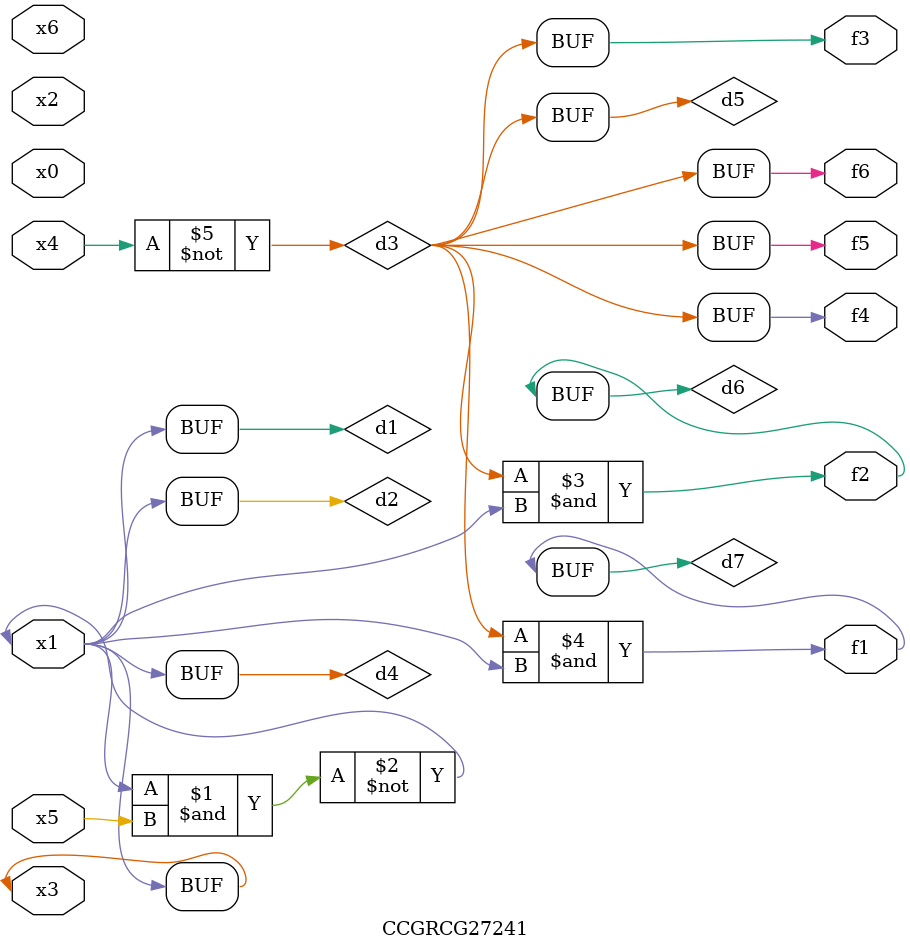
<source format=v>
module CCGRCG27241(
	input x0, x1, x2, x3, x4, x5, x6,
	output f1, f2, f3, f4, f5, f6
);

	wire d1, d2, d3, d4, d5, d6, d7;

	buf (d1, x1, x3);
	nand (d2, x1, x5);
	not (d3, x4);
	buf (d4, d1, d2);
	buf (d5, d3);
	and (d6, d3, d4);
	and (d7, d3, d4);
	assign f1 = d7;
	assign f2 = d6;
	assign f3 = d5;
	assign f4 = d5;
	assign f5 = d5;
	assign f6 = d5;
endmodule

</source>
